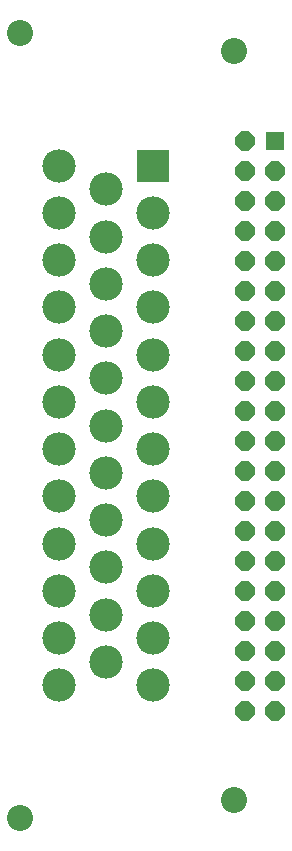
<source format=gbr>
G04 EAGLE Gerber RS-274X export*
G75*
%MOMM*%
%FSLAX34Y34*%
%LPD*%
%INSoldermask Top*%
%IPPOS*%
%AMOC8*
5,1,8,0,0,1.08239X$1,22.5*%
G01*
%ADD10R,2.828200X2.828200*%
%ADD11C,2.828200*%
%ADD12C,2.203200*%
%ADD13R,1.625600X1.625600*%
%ADD14P,1.759533X8X292.500000*%


D10*
X130000Y650000D03*
D11*
X130000Y610000D03*
X130000Y570000D03*
X130000Y530000D03*
X130000Y490000D03*
X130000Y450000D03*
X130000Y410000D03*
X130000Y370000D03*
X130000Y330000D03*
X130000Y290000D03*
X130000Y250000D03*
X130000Y210000D03*
X90000Y630000D03*
X90000Y590000D03*
X90000Y550000D03*
X90000Y510000D03*
X90000Y470000D03*
X90000Y430000D03*
X90000Y390000D03*
X90000Y350000D03*
X90000Y310000D03*
X90000Y270000D03*
X90000Y230000D03*
X50000Y650000D03*
X50000Y610000D03*
X50000Y570000D03*
X50000Y530000D03*
X50000Y490000D03*
X50000Y450000D03*
X50000Y410000D03*
X50000Y370000D03*
X50000Y330000D03*
X50000Y290000D03*
X50000Y250000D03*
X50000Y210000D03*
D12*
X198000Y747000D03*
X17000Y762000D03*
X198000Y113000D03*
X17000Y98000D03*
D13*
X232700Y671300D03*
D14*
X207300Y671300D03*
X232700Y645900D03*
X207300Y645900D03*
X232700Y620500D03*
X207300Y620500D03*
X232700Y595100D03*
X207300Y595100D03*
X232700Y569700D03*
X207300Y569700D03*
X232700Y544300D03*
X207300Y544300D03*
X232700Y518900D03*
X207300Y518900D03*
X232700Y493500D03*
X207300Y493500D03*
X232700Y468100D03*
X207300Y468100D03*
X232700Y442700D03*
X207300Y442700D03*
X232700Y417300D03*
X207300Y417300D03*
X232700Y391900D03*
X207300Y391900D03*
X232700Y366500D03*
X207300Y366500D03*
X207300Y341100D03*
X232700Y341100D03*
X207300Y315700D03*
X232700Y315700D03*
X207300Y290300D03*
X232700Y290300D03*
X232700Y264900D03*
X207300Y264900D03*
X232700Y239500D03*
X207300Y239500D03*
X207300Y214100D03*
X232700Y214100D03*
X232700Y188700D03*
X207300Y188700D03*
M02*

</source>
